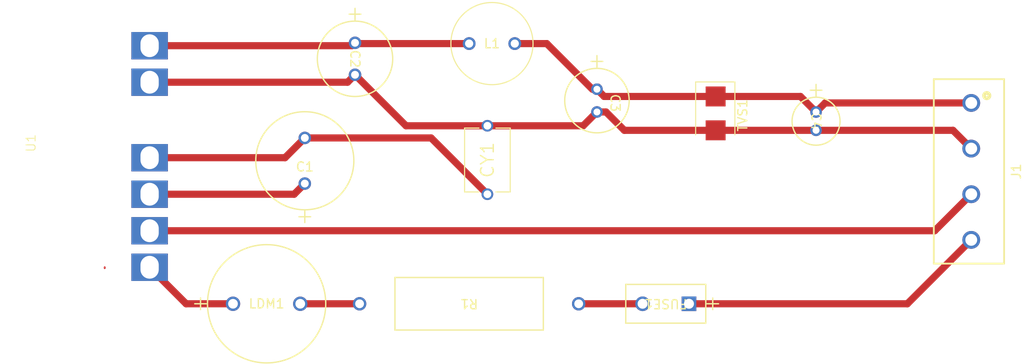
<source format=kicad_pcb>
(kicad_pcb (version 20241229) (generator "pcbnew") (generator_version "9.0")
  (layers (0 "F.Cu" signal) (2 "B.Cu" signal) (13 "F.Paste" user) (15 "B.Paste" user) (5 "F.SilkS" user "F.Silkscreen") (7 "B.SilkS" user "B.Silkscreen") (1 "F.Mask" user) (3 "B.Mask" user) (25 "Edge.Cuts" user))
  (net 0 "")
  (net 1 "Net-(U1--V(cap))")
  (net 2 "Net-(U1-+V(cap))")
  (net 3 "Net-(U1-+Vo)")
  (net 4 "Net-(FUSE1-Pad2)")
  (net 5 "Net-(U1-AC(L))")
  (net 6 "Net-(LDM1-Pad2)")
  (net 7 "Net-(FUSE1-Pad1)")
  (net 8 "Net-(U1-AC(N))")
  (net 9 "Net-(TVS1-A2)")
  (net 10 "Net-(TVS1-A1)")
  (footprint "Capacitor-470uF-16V:CAP_RHT_8X11P5_NCH" (layer "F.Cu") (at 124.5 64.41675 -90)
    (property "Reference" "C2" (at 1.75 0 270) (layer "F.SilkS"))
    (property "Value" "~")
    (fp_line (start -3.7745 0) (end -2.5045 0) (stroke (width 0.1524)) (layer "F.SilkS"))
    (fp_line (start -3.1395 -0.635) (end -3.1395 0.635) (stroke (width 0.1524)) (layer "F.SilkS"))
    (fp_circle (center 1.75 0) (end 5.8775 0) (stroke (width 0.1524)) (fill no) (layer "F.SilkS"))
    (pad "1" thru_hole circle (at 0 0 270) (size 1.3716 1.3716) (drill 0.8636) (layers "*.Cu" "*.Mask") (net 3 "Net-(U1-+Vo)"))
    (pad "2" thru_hole circle (at 3.500001 0 270) (size 1.3716 1.3716) (drill 0.8636) (layers "*.Cu" "*.Mask") (net 9 "Net-(TVS1-A2)"))
  )
  (footprint "stuff:IND_RLB9012-4R7ML" (layer "F.Cu") (at 139.5 64.5 180)
    (property "Reference" "L1" (at 0 0 180) (layer "F.SilkS"))
    (property "Value" "~" (hide yes))
    (fp_circle (center 0 0) (end 4.5 0) (stroke (width 0.127)) (fill no) (layer "F.SilkS"))
    (pad "1" thru_hole circle (at -2.5 0 180) (size 1.408 1.408) (drill 0.9) (layers "*.Cu" "*.Mask") (net 10 "Net-(TVS1-A1)"))
    (pad "2" thru_hole circle (at 2.5 0 180) (size 1.408 1.408) (drill 0.9) (layers "*.Cu" "*.Mask") (net 3 "Net-(U1-+Vo)"))
  )
  (footprint "Resistor-300-3A:res2_1-1625892-1_TEC" (layer "F.Cu") (at 148.999999 93 180)
    (property "Reference" "R1" (at 11.999999 0 180) (layer "F.SilkS"))
    (property "Value" "~")
    (fp_line (start 20.127 2.877) (end 20.127 -2.877) (stroke (width 0.1524)) (layer "F.SilkS"))
    (fp_line (start 20.127 -2.877) (end 3.872997 -2.877) (stroke (width 0.1524)) (layer "F.SilkS"))
    (fp_line (start 3.872997 2.877) (end 20.127 2.877) (stroke (width 0.1524)) (layer "F.SilkS"))
    (fp_line (start 3.872997 -2.877) (end 3.872997 2.877) (stroke (width 0.1524)) (layer "F.SilkS"))
    (pad "1" thru_hole circle (at -0.000002 0 180) (size 1.4732 1.4732) (drill 0.9652) (layers "*.Cu" "*.Mask") (net 4 "Net-(FUSE1-Pad2)"))
    (pad "2" thru_hole circle (at 23.999999 0 180) (size 1.4732 1.4732) (drill 0.9652) (layers "*.Cu" "*.Mask") (net 6 "Net-(LDM1-Pad2)"))
  )
  (footprint "stuff:transformer_MPL-05SC-F" (layer "F.Cu") (at 102 75.4 90)
    (property "Reference" "U1" (at 0 -13 90) (layer "F.SilkS") (effects (font (thickness 0.1))))
    (property "Value" "~")
    (pad "1" thru_hole rect (at -13.6 0 90) (size 3 4) (drill oval 2.5 2) (layers "*.Cu" "*.Mask") (net 5 "Net-(U1-AC(L))"))
    (pad "2" thru_hole rect (at -9.6 0 90) (size 3 4) (drill oval 2.5 2) (layers "*.Cu" "*.Mask") (net 8 "Net-(U1-AC(N))"))
    (pad "3" thru_hole rect (at -5.6 0 90) (size 3 4) (drill oval 2.5 2) (layers "*.Cu" "*.Mask") (net 2 "Net-(U1-+V(cap))"))
    (pad "4" thru_hole rect (at -1.6 0 90) (size 3 4) (drill oval 2.5 2) (layers "*.Cu" "*.Mask") (net 1 "Net-(U1--V(cap))"))
    (pad "5" thru_hole rect (at 6.668 0 90) (size 3 4) (drill oval 2.5 2) (layers "*.Cu" "*.Mask") (net 9 "Net-(TVS1-A2)"))
    (pad "6" thru_hole rect (at 10.668 0 90) (size 3 4) (drill oval 2.5 2) (layers "*.Cu" "*.Mask") (net 3 "Net-(U1-+Vo)"))
  )
  (footprint "Capacitor-,1uF-50V:CAP_UEP_5X11_NCH" (layer "F.Cu") (at 175 72 -90)
    (property "Reference" "C4" (at 1 0 270) (layer "F.SilkS"))
    (property "Value" "~")
    (fp_line (start -3.0259 0) (end -1.7559 0) (stroke (width 0.1524)) (layer "F.SilkS"))
    (fp_line (start -2.3909 -0.635) (end -2.3909 0.635) (stroke (width 0.1524)) (layer "F.SilkS"))
    (fp_circle (center 1 0) (end 3.6289 0) (stroke (width 0.1524)) (fill no) (layer "F.SilkS"))
    (pad "1" thru_hole circle (at 0 0 270) (size 1.27 1.27) (drill 0.762) (layers "*.Cu" "*.Mask") (net 10 "Net-(TVS1-A1)"))
    (pad "2" thru_hole circle (at 2 0 270) (size 1.27 1.27) (drill 0.762) (layers "*.Cu" "*.Mask") (net 9 "Net-(TVS1-A2)"))
  )
  (footprint "stuff:AIUR-06_ABR" (layer "F.Cu") (at 111.134 93)
    (property "Reference" "LDM1" (at 3.683 0 0) (layer "F.SilkS"))
    (property "Value" "~")
    (fp_line (start -4.191 0) (end -2.921 0) (stroke (width 0.1524)) (layer "F.SilkS"))
    (fp_line (start -3.556 -0.635) (end -3.556 0.635) (stroke (width 0.1524)) (layer "F.SilkS"))
    (fp_circle (center 3.683 0) (end 10.16 0) (stroke (width 0.1524)) (fill no) (layer "F.SilkS"))
    (pad "1" thru_hole circle (at 0 0) (size 1.5748 1.5748) (drill 1.0668) (layers "*.Cu" "*.Mask") (net 5 "Net-(U1-AC(L))"))
    (pad "2" thru_hole circle (at 7.366 0) (size 1.5748 1.5748) (drill 1.0668) (layers "*.Cu" "*.Mask") (net 6 "Net-(LDM1-Pad2)"))
  )
  (footprint "stuff:screw_down_1x4" (layer "F.Cu") (at 192 78.5 -90)
    (property "Reference" "J1" (at 0 -4.935 90) (layer "F.SilkS"))
    (property "Value" "~" (hide yes))
    (fp_line (start -10.1 4.1) (end -10.1 -3.6) (stroke (width 0.2)) (layer "F.SilkS"))
    (fp_line (start 10.1 4.1) (end -10.1 4.1) (stroke (width 0.2)) (layer "F.SilkS"))
    (fp_line (start -10.1 -3.6) (end 10.1 -3.6) (stroke (width 0.2)) (layer "F.SilkS"))
    (fp_line (start 10.1 -3.6) (end 10.1 4.1) (stroke (width 0.2)) (layer "F.SilkS"))
    (fp_circle (center -8.3 -1.7) (end -8.2 -1.7) (stroke (width 0.4)) (fill no) (layer "F.SilkS"))
    (pad "1" thru_hole circle (at -7.5 0 270) (size 1.95 1.95) (drill 1.3) (layers "*.Cu" "*.Mask") (net 10 "Net-(TVS1-A1)"))
    (pad "2" thru_hole circle (at -2.5 0 270) (size 1.95 1.95) (drill 1.3) (layers "*.Cu" "*.Mask") (net 9 "Net-(TVS1-A2)"))
    (pad "3" thru_hole circle (at 2.5 0 270) (size 1.95 1.95) (drill 1.3) (layers "*.Cu" "*.Mask") (net 8 "Net-(U1-AC(N))"))
    (pad "4" thru_hole circle (at 7.5 0 270) (size 1.95 1.95) (drill 1.3) (layers "*.Cu" "*.Mask") (net 7 "Net-(FUSE1-Pad1)"))
  )
  (footprint "Capacitor-10uF-450V:CAP_BX_10x20_RUB" (layer "F.Cu") (at 119 79.83325 90)
    (property "Reference" "C1" (at 1.83325 0 0) (layer "F.SilkS"))
    (property "Value" "UFW1C471MPD" (hide yes))
    (fp_line (start -3.6341 -0.635) (end -3.6341 0.635) (stroke (width 0.1524)) (layer "F.SilkS"))
    (fp_line (start -4.2691 0) (end -2.9991 0) (stroke (width 0.1524)) (layer "F.SilkS"))
    (fp_circle (center 2.5 0) (end 7.8721 0) (stroke (width 0.1524)) (fill no) (layer "F.SilkS"))
    (pad "1" thru_hole circle (at 0 0 90) (size 1.3716 1.3716) (drill 0.8636) (layers "*.Cu" "*.Mask") (net 2 "Net-(U1-+V(cap))"))
    (pad "2" thru_hole circle (at 5 0 90) (size 1.3716 1.3716) (drill 0.8636) (layers "*.Cu" "*.Mask") (net 1 "Net-(U1--V(cap))"))
  )
  (footprint "Capacitor-1nF-400V:CAP_DE2E3SA102MN3AY02F" (layer "F.Cu") (at 139 77.25 90)
    (property "Reference" "CY1" (at 0 0 90) (layer "F.SilkS") (effects (font (size 1.4 1.4))))
    (property "Value" "DE2E3SA102MN3AY02F" (hide yes))
    (fp_line (start 3.5 -2.5) (end 3.5 -0.93) (stroke (width 0.127)) (layer "F.SilkS"))
    (fp_line (start -3.5 -2.5) (end 3.5 -2.5) (stroke (width 0.127)) (layer "F.SilkS"))
    (fp_line (start -3.5 -0.93) (end -3.5 -2.5) (stroke (width 0.127)) (layer "F.SilkS"))
    (fp_line (start 3.5 0.93) (end 3.5 2.5) (stroke (width 0.127)) (layer "F.SilkS"))
    (fp_line (start 3.5 2.5) (end -3.5 2.5) (stroke (width 0.127)) (layer "F.SilkS"))
    (fp_line (start -3.5 2.5) (end -3.5 0.93) (stroke (width 0.127)) (layer "F.SilkS"))
    (pad "1" thru_hole circle (at -3.75 0 90) (size 1.28 1.28) (drill 0.85) (layers "*.Cu" "*.Mask") (net 1 "Net-(U1--V(cap))"))
    (pad "2" thru_hole circle (at 3.75 0 90) (size 1.28 1.28) (drill 0.85) (layers "*.Cu" "*.Mask") (net 9 "Net-(TVS1-A2)"))
  )
  (footprint "fuse_300V_1a:FUSE_36911_LTF" (layer "F.Cu") (at 161.08 93 180)
    (property "Reference" "FUSE1" (at 2.54 0 180) (layer "F.SilkS"))
    (property "Value" "~")
    (fp_line (start 6.9215 2.1209) (end -1.8415 2.1209) (stroke (width 0.1524)) (layer "F.SilkS"))
    (fp_line (start 6.9215 -2.1209) (end 6.9215 2.1209) (stroke (width 0.1524)) (layer "F.SilkS"))
    (fp_line (start 6.9215 -2.1209) (end -1.8415 -2.1209) (stroke (width 0.1524)) (layer "F.SilkS"))
    (fp_line (start -1.8415 -2.1209) (end -1.8415 2.1209) (stroke (width 0.1524)) (layer "F.SilkS"))
    (fp_line (start -2.6035 -0.635) (end -2.6035 0.635) (stroke (width 0.1524)) (layer "F.SilkS"))
    (fp_line (start -3.2385 0) (end -1.9685 0) (stroke (width 0.1524)) (layer "F.SilkS"))
    (pad "1" thru_hole rect (at 0 0 180) (size 1.6002 1.6002) (drill 1.0922) (layers "*.Cu" "*.Mask") (net 7 "Net-(FUSE1-Pad1)"))
    (pad "2" thru_hole circle (at 5.08 0 180) (size 1.6002 1.6002) (drill 1.0922) (layers "*.Cu" "*.Mask") (net 4 "Net-(FUSE1-Pad2)"))
  )
  (footprint "Capacitor-100uF-35V:CAP_6.3X11_RUB" (layer "F.Cu") (at 151 69.5 -90)
    (property "Reference" "C3" (at 1.5 -2 270) (layer "F.SilkS"))
    (property "Value" "35ZLJ100M6.3X11" (hide yes))
    (fp_line (start -3.683 0) (end -2.413 0) (stroke (width 0.1524)) (layer "F.SilkS"))
    (fp_line (start -3.048 -0.635) (end -3.048 0.635) (stroke (width 0.1524)) (layer "F.SilkS"))
    (fp_circle (center 1.2446 0) (end 4.7752 0) (stroke (width 0.1524)) (fill no) (layer "F.SilkS"))
    (pad "1" thru_hole circle (at 0 0 270) (size 1.27 1.27) (drill 0.762) (layers "*.Cu" "*.Mask") (net 10 "Net-(TVS1-A1)"))
    (pad "2" thru_hole circle (at 2.4892 0 270) (size 1.27 1.27) (drill 0.762) (layers "*.Cu" "*.Mask") (net 9 "Net-(TVS1-A2)"))
  )
  (footprint "stuff:TVS_DIODE_NEW" (layer "F.Cu") (at 163.96 72.36 -90)
    (property "Reference" "TVS1" (at 0 -3 90) (layer "F.SilkS"))
    (property "Value" "SM6T6V8A")
    (fp_line (start -3.66 2.15) (end 2.15 2.15) (stroke (width 0.12)) (layer "F.SilkS"))
    (fp_line (start -3.66 -2.15) (end -3.66 2.15) (stroke (width 0.12)) (layer "F.SilkS"))
    (fp_line (start -3.66 -2.15) (end 2.15 -2.15) (stroke (width 0.12)) (layer "F.SilkS"))
    (pad "1" smd rect (at -2.07 -0.04) (size 2.1844 2.1844) (layers "F.Cu" "F.Mask" "F.Paste") (net 10 "Net-(TVS1-A1)"))
    (pad "2" smd rect (at 1.64 -0.04) (size 2.1844 2.1844) (layers "F.Cu" "F.Mask" "F.Paste") (net 9 "Net-(TVS1-A2)"))
  )
  (segment (start 97.08 89) (end 97.08 89.099) (width 0.2) (layer "F.Cu") (net 0))
  (segment (start 132.83325 74.83325) (end 139 81) (width 0.7814) (layer "F.Cu") (net 1))
  (segment (start 119 74.83325) (end 132.83325 74.83325) (width 0.7814) (layer "F.Cu") (net 1))
  (segment (start 119 74.83325) (end 116.83325 77) (width 0.7814) (layer "F.Cu") (net 1))
  (segment (start 116.83325 77) (end 102 77) (width 0.7814) (layer "F.Cu") (net 1))
  (segment (start 117.83325 81) (end 102 81) (width 0.7814) (layer "F.Cu") (net 2))
  (segment (start 119 79.83325) (end 117.83325 81) (width 0.7814) (layer "F.Cu") (net 2))
  (segment (start 136.93765 64.5) (end 124.58325 64.5) (width 0.7814) (layer "F.Cu") (net 3))
  (segment (start 102 64.732) (end 124.18475 64.732) (width 0.7814) (layer "F.Cu") (net 3))
  (segment (start 124.58325 64.5) (end 124.5 64.41675) (width 0.2) (layer "F.Cu") (net 3))
  (segment (start 124.18475 64.732) (end 124.5 64.41675) (width 0.2) (layer "F.Cu") (net 3))
  (segment (start 149.000001 93) (end 156 93) (width 0.7814) (layer "F.Cu") (net 4))
  (segment (start 106 93) (end 102 89) (width 0.7814) (layer "F.Cu") (net 5))
  (segment (start 111.134 93) (end 106 93) (width 0.7814) (layer "F.Cu") (net 5))
  (segment (start 125 93) (end 118.5 93) (width 0.7814) (layer "F.Cu") (net 6))
  (segment (start 161.08 93) (end 185 93) (width 0.7814) (layer "F.Cu") (net 7))
  (segment (start 185 93) (end 192 86) (width 0.7814) (layer "F.Cu") (net 7))
  (segment (start 188 85) (end 192 81) (width 0.7814) (layer "F.Cu") (net 8))
  (segment (start 102 85) (end 188 85) (width 0.7814) (layer "F.Cu") (net 8))
  (segment (start 151 71.9892) (end 151.9892 71.9892) (width 0.7814) (layer "F.Cu") (net 9))
  (segment (start 151.9892 71.9892) (end 154 74) (width 0.7814) (layer "F.Cu") (net 9))
  (segment (start 190 74) (end 192 76) (width 0.7814) (layer "F.Cu") (net 9))
  (segment (start 151 71.9892) (end 149.4892 73.5) (width 0.7814) (layer "F.Cu") (net 9))
  (segment (start 149.4892 73.5) (end 139 73.5) (width 0.7814) (layer "F.Cu") (net 9))
  (segment (start 123.684751 68.732) (end 124.5 67.916751) (width 0.7814) (layer "F.Cu") (net 9))
  (segment (start 175 74) (end 190 74) (width 0.7814) (layer "F.Cu") (net 9))
  (segment (start 124.5 67.916751) (end 130.083249 73.5) (width 0.7814) (layer "F.Cu") (net 9))
  (segment (start 130.083249 73.5) (end 139 73.5) (width 0.7814) (layer "F.Cu") (net 9))
  (segment (start 154 74) (end 164 74) (width 0.7814) (layer "F.Cu") (net 9))
  (segment (start 102 68.732) (end 123.684751 68.732) (width 0.7814) (layer "F.Cu") (net 9))
  (segment (start 164 74) (end 175 74) (width 0.7814) (layer "F.Cu") (net 9))
  (segment (start 151.79 70.29) (end 164 70.29) (width 0.7814) (layer "F.Cu") (net 10))
  (segment (start 150.5 69.5) (end 145.5 64.5) (width 0.7814) (layer "F.Cu") (net 10))
  (segment (start 151 69.5) (end 150.5 69.5) (width 0.2) (layer "F.Cu") (net 10))
  (segment (start 164 70.29) (end 173.29 70.29) (width 0.7814) (layer "F.Cu") (net 10))
  (segment (start 173.29 70.29) (end 175 72) (width 0.7814) (layer "F.Cu") (net 10))
  (segment (start 151.25 69.25) (end 151.25 69) (width 0.2) (layer "F.Cu") (net 10))
  (segment (start 175 72) (end 176 71) (width 0.7814) (layer "F.Cu") (net 10))
  (segment (start 145.5 64.5) (end 142 64.5) (width 0.7814) (layer "F.Cu") (net 10))
  (segment (start 176 71) (end 192 71) (width 0.7814) (layer "F.Cu") (net 10))
  (segment (start 151 69.5) (end 151.79 70.29) (width 0.7814) (layer "F.Cu") (net 10))
)
</source>
